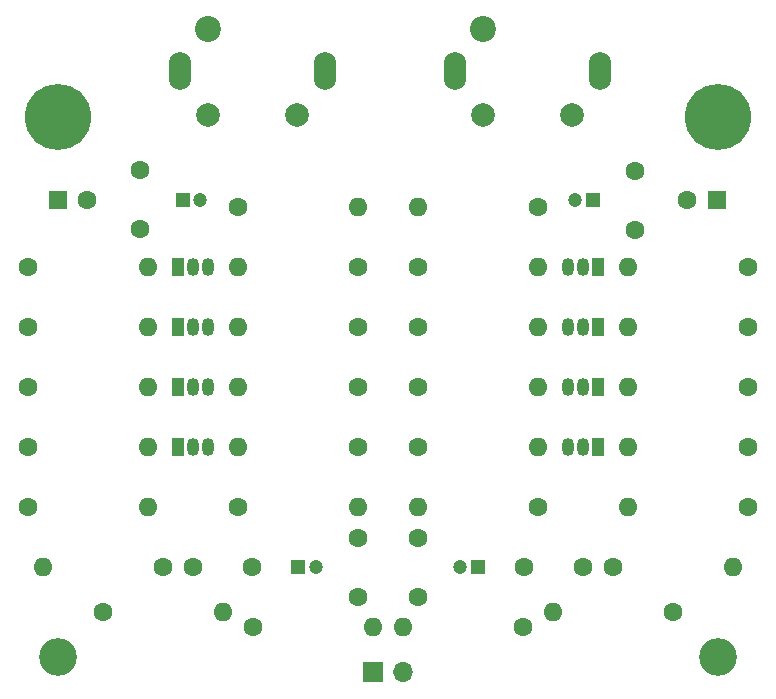
<source format=gts>
G04 #@! TF.GenerationSoftware,KiCad,Pcbnew,8.0.9*
G04 #@! TF.CreationDate,2025-03-02T14:16:38+01:00*
G04 #@! TF.ProjectId,cjss190,636a7373-3139-4302-9e6b-696361645f70,rev?*
G04 #@! TF.SameCoordinates,Original*
G04 #@! TF.FileFunction,Soldermask,Top*
G04 #@! TF.FilePolarity,Negative*
%FSLAX46Y46*%
G04 Gerber Fmt 4.6, Leading zero omitted, Abs format (unit mm)*
G04 Created by KiCad (PCBNEW 8.0.9) date 2025-03-02 14:16:38*
%MOMM*%
%LPD*%
G01*
G04 APERTURE LIST*
%ADD10C,1.600000*%
%ADD11O,1.600000X1.600000*%
%ADD12R,1.600000X1.600000*%
%ADD13R,1.050000X1.500000*%
%ADD14O,1.050000X1.500000*%
%ADD15C,5.600000*%
%ADD16R,1.200000X1.200000*%
%ADD17C,1.200000*%
%ADD18O,1.900000X3.200000*%
%ADD19C,2.000000*%
%ADD20C,2.200000*%
%ADD21R,1.700000X1.700000*%
%ADD22O,1.700000X1.700000*%
%ADD23C,3.200000*%
G04 APERTURE END LIST*
D10*
X78740000Y-69850000D03*
D11*
X88900000Y-69850000D03*
D10*
X87630000Y-100330000D03*
D11*
X77470000Y-100330000D03*
D10*
X73660000Y-80010000D03*
D11*
X63500000Y-80010000D03*
D12*
X104052380Y-64135000D03*
D10*
X101552380Y-64135000D03*
X45720000Y-85090000D03*
D11*
X55880000Y-85090000D03*
D10*
X45720000Y-74930000D03*
D11*
X55880000Y-74930000D03*
D10*
X88900000Y-90170000D03*
D11*
X78740000Y-90170000D03*
D10*
X63500000Y-90170000D03*
D11*
X73660000Y-90170000D03*
D13*
X93980000Y-85090000D03*
D14*
X92710000Y-85090000D03*
X91440000Y-85090000D03*
D10*
X88900000Y-64770000D03*
D11*
X78740000Y-64770000D03*
D13*
X58420000Y-74930000D03*
D14*
X59690000Y-74930000D03*
X60960000Y-74930000D03*
D10*
X106680000Y-80010000D03*
D11*
X96520000Y-80010000D03*
D10*
X45720000Y-90170000D03*
D11*
X55880000Y-90170000D03*
D10*
X78740000Y-92750000D03*
X78740000Y-97750000D03*
X73660000Y-92750000D03*
X73660000Y-97750000D03*
D15*
X104140000Y-57150000D03*
D10*
X45720000Y-69850000D03*
D11*
X55880000Y-69850000D03*
D10*
X64690000Y-95250000D03*
X59690000Y-95250000D03*
D16*
X68580000Y-95250000D03*
D17*
X70080000Y-95250000D03*
D13*
X93980000Y-69850000D03*
D14*
X92710000Y-69850000D03*
X91440000Y-69850000D03*
D10*
X64770000Y-100330000D03*
D11*
X74930000Y-100330000D03*
D10*
X55245000Y-61595000D03*
X55245000Y-66595000D03*
D16*
X93575000Y-64135000D03*
D17*
X92075000Y-64135000D03*
D16*
X83820000Y-95250000D03*
D17*
X82320000Y-95250000D03*
D10*
X52070000Y-99060000D03*
D11*
X62230000Y-99060000D03*
D10*
X106680000Y-74930000D03*
D11*
X96520000Y-74930000D03*
D10*
X45720000Y-80010000D03*
D11*
X55880000Y-80010000D03*
D18*
X70860000Y-53200000D03*
X58560000Y-53200000D03*
D19*
X60960000Y-56950000D03*
X68460000Y-56950000D03*
D20*
X60960000Y-49700000D03*
D10*
X95250000Y-95250000D03*
D11*
X105410000Y-95250000D03*
D13*
X93980000Y-80010000D03*
D14*
X92710000Y-80010000D03*
X91440000Y-80010000D03*
D10*
X57150000Y-95250000D03*
D11*
X46990000Y-95250000D03*
D10*
X100330000Y-99060000D03*
D11*
X90170000Y-99060000D03*
D13*
X58420000Y-85090000D03*
D14*
X59690000Y-85090000D03*
X60960000Y-85090000D03*
D13*
X93980000Y-74930000D03*
D14*
X92710000Y-74930000D03*
X91440000Y-74930000D03*
D10*
X73660000Y-85090000D03*
D11*
X63500000Y-85090000D03*
D10*
X78740000Y-74930000D03*
D11*
X88900000Y-74930000D03*
D13*
X58420000Y-69850000D03*
D14*
X59690000Y-69850000D03*
X60960000Y-69850000D03*
D21*
X74930000Y-104140000D03*
D22*
X77470000Y-104140000D03*
D10*
X97155000Y-61675000D03*
X97155000Y-66675000D03*
X106680000Y-90170000D03*
D11*
X96520000Y-90170000D03*
D13*
X58420000Y-80010000D03*
D14*
X59690000Y-80010000D03*
X60960000Y-80010000D03*
D12*
X48260000Y-64135000D03*
D10*
X50760000Y-64135000D03*
X106680000Y-85090000D03*
D11*
X96520000Y-85090000D03*
D10*
X78740000Y-80010000D03*
D11*
X88900000Y-80010000D03*
D10*
X73660000Y-69850000D03*
D11*
X63500000Y-69850000D03*
D23*
X104140000Y-102870000D03*
D10*
X106680000Y-69850000D03*
D11*
X96520000Y-69850000D03*
D10*
X73660000Y-74930000D03*
D11*
X63500000Y-74930000D03*
D10*
X63500000Y-64770000D03*
D11*
X73660000Y-64770000D03*
D16*
X58825000Y-64135000D03*
D17*
X60325000Y-64135000D03*
D18*
X94189750Y-53200000D03*
X81889750Y-53200000D03*
D19*
X84289750Y-56950000D03*
X91789750Y-56950000D03*
D20*
X84289750Y-49700000D03*
D10*
X78740000Y-85090000D03*
D11*
X88900000Y-85090000D03*
D23*
X48260000Y-102870000D03*
D15*
X48260000Y-57150000D03*
D10*
X87710000Y-95250000D03*
X92710000Y-95250000D03*
M02*

</source>
